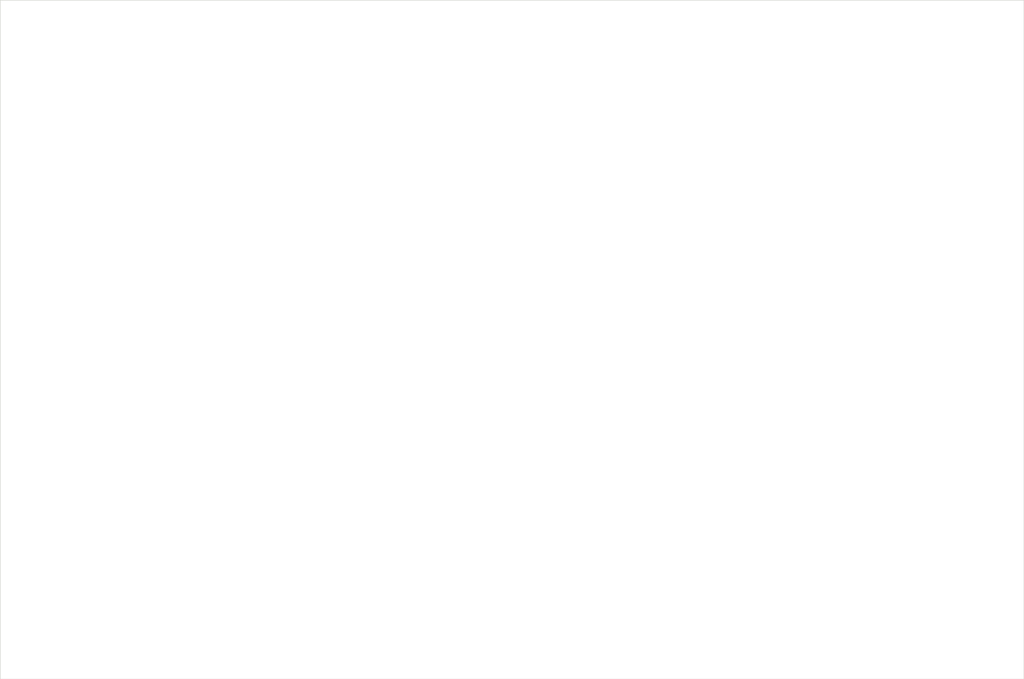
<source format=kicad_pcb>
(kicad_pcb
	(version 20241229)
	(generator "pcbnew")
	(generator_version "9.0")
	(general
		(thickness 1.6)
		(legacy_teardrops no)
	)
	(paper "A4")
	(layers
		(0 "F.Cu" signal)
		(2 "B.Cu" signal)
		(9 "F.Adhes" user "F.Adhesive")
		(11 "B.Adhes" user "B.Adhesive")
		(13 "F.Paste" user)
		(15 "B.Paste" user)
		(5 "F.SilkS" user "F.Silkscreen")
		(7 "B.SilkS" user "B.Silkscreen")
		(1 "F.Mask" user)
		(3 "B.Mask" user)
		(17 "Dwgs.User" user "User.Drawings")
		(19 "Cmts.User" user "User.Comments")
		(21 "Eco1.User" user "User.Eco1")
		(23 "Eco2.User" user "User.Eco2")
		(25 "Edge.Cuts" user)
		(27 "Margin" user)
		(31 "F.CrtYd" user "F.Courtyard")
		(29 "B.CrtYd" user "B.Courtyard")
		(35 "F.Fab" user)
		(33 "B.Fab" user)
		(39 "User.1" user)
		(41 "User.2" user)
		(43 "User.3" user)
		(45 "User.4" user)
	)
	(setup
		(pad_to_mask_clearance 0)
		(allow_soldermask_bridges_in_footprints no)
		(tenting front back)
		(pcbplotparams
			(layerselection 0x00000000_00000000_55555555_5755f5ff)
			(plot_on_all_layers_selection 0x00000000_00000000_00000000_00000000)
			(disableapertmacros no)
			(usegerberextensions no)
			(usegerberattributes yes)
			(usegerberadvancedattributes yes)
			(creategerberjobfile yes)
			(dashed_line_dash_ratio 12.000000)
			(dashed_line_gap_ratio 3.000000)
			(svgprecision 4)
			(plotframeref no)
			(mode 1)
			(useauxorigin no)
			(hpglpennumber 1)
			(hpglpenspeed 20)
			(hpglpendiameter 15.000000)
			(pdf_front_fp_property_popups yes)
			(pdf_back_fp_property_popups yes)
			(pdf_metadata yes)
			(pdf_single_document no)
			(dxfpolygonmode yes)
			(dxfimperialunits yes)
			(dxfusepcbnewfont yes)
			(psnegative no)
			(psa4output no)
			(plot_black_and_white yes)
			(sketchpadsonfab no)
			(plotpadnumbers no)
			(hidednponfab no)
			(sketchdnponfab yes)
			(crossoutdnponfab yes)
			(subtractmaskfromsilk no)
			(outputformat 1)
			(mirror no)
			(drillshape 1)
			(scaleselection 1)
			(outputdirectory "")
		)
	)
	(net 0 "")
	(gr_rect
		(start 83.25 66)
		(end 179 129.5)
		(stroke
			(width 0.05)
			(type default)
		)
		(fill no)
		(layer "Edge.Cuts")
		(uuid "80642dee-5f41-49f1-8dcc-aec578ca3e37")
	)
	(embedded_fonts no)
)

</source>
